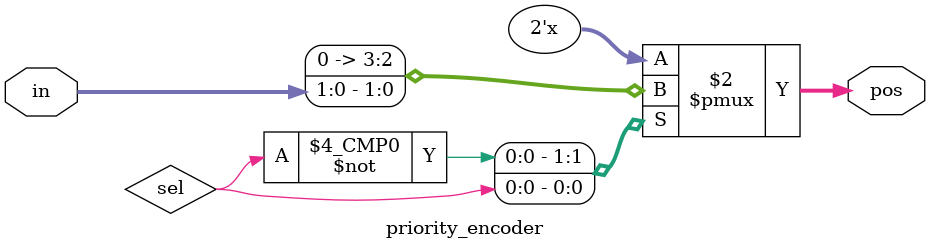
<source format=v>
module priority_encoder( 
input [2:0] in,
output reg [1:0] pos ); 
// When sel=1, assign b to out
always @(in or sel)
begin
	case (sel)
	1'b0: pos = 2'b00;
	1'b1: pos = in;
	endcase
end
endmodule

</source>
